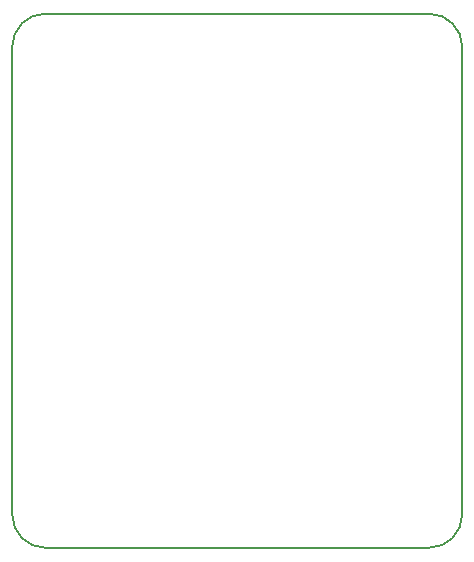
<source format=gm1>
G04 #@! TF.FileFunction,Profile,NP*
%FSLAX46Y46*%
G04 Gerber Fmt 4.6, Leading zero omitted, Abs format (unit mm)*
G04 Created by KiCad (PCBNEW 4.0.1-stable) date 2018/11/19 16:45:01*
%MOMM*%
G01*
G04 APERTURE LIST*
%ADD10C,0.100000*%
%ADD11C,0.150000*%
G04 APERTURE END LIST*
D10*
D11*
X138938000Y-151384000D02*
X138938000Y-111760000D01*
X174244000Y-154178000D02*
X141732000Y-154178000D01*
X177038000Y-111760000D02*
X177038000Y-151384000D01*
X141732000Y-108966000D02*
X174244000Y-108966000D01*
X174244000Y-154178000D02*
G75*
G03X177038000Y-151384000I0J2794000D01*
G01*
X138938000Y-151384000D02*
G75*
G03X141732000Y-154178000I2794000J0D01*
G01*
X177038000Y-111760000D02*
G75*
G03X174244000Y-108966000I-2794000J0D01*
G01*
X141732000Y-108966000D02*
G75*
G03X138938000Y-111760000I0J-2794000D01*
G01*
M02*

</source>
